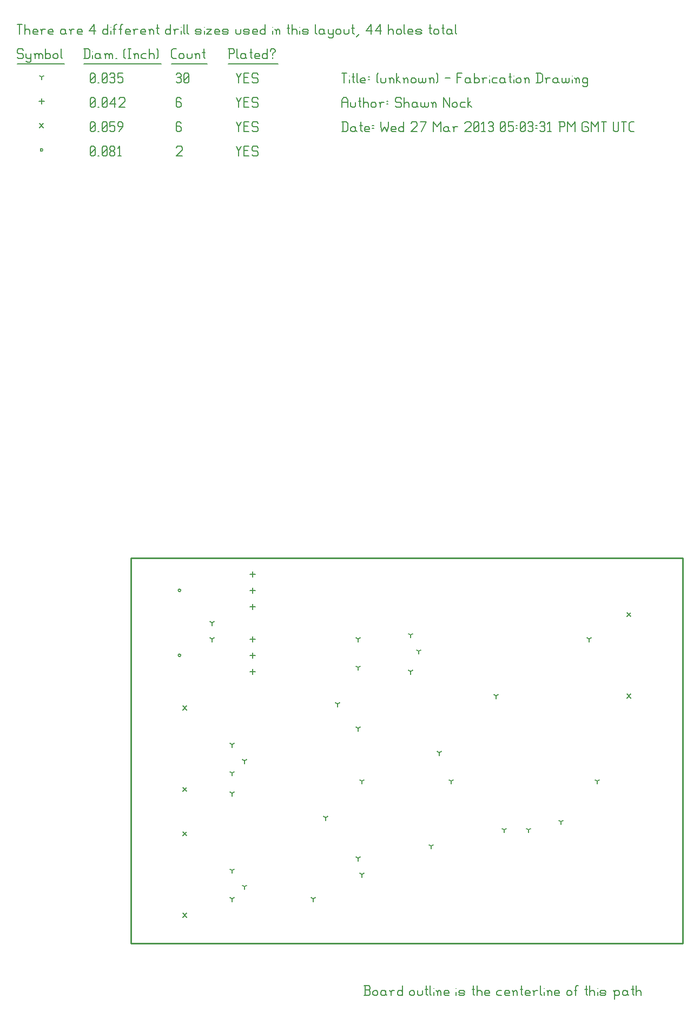
<source format=gbr>
G04 start of page 14 for group -3984 idx -3984 *
G04 Title: (unknown), fab *
G04 Creator: pcb 1.99z *
G04 CreationDate: Wed 27 Mar 2013 05:03:31 PM GMT UTC *
G04 For: nock *
G04 Format: Gerber/RS-274X *
G04 PCB-Dimensions (mil): 6000.00 5000.00 *
G04 PCB-Coordinate-Origin: lower left *
%MOIN*%
%FSLAX25Y25*%
%LNFAB*%
%ADD85C,0.0100*%
%ADD84C,0.0075*%
%ADD83C,0.0060*%
%ADD82C,0.0080*%
G54D82*X99200Y200000D02*G75*G03X100800Y200000I800J0D01*G01*
G75*G03X99200Y200000I-800J0D01*G01*
Y240000D02*G75*G03X100800Y240000I800J0D01*G01*
G75*G03X99200Y240000I-800J0D01*G01*
X14200Y511250D02*G75*G03X15800Y511250I800J0D01*G01*
G75*G03X14200Y511250I-800J0D01*G01*
G54D83*X135000Y513500D02*X136500Y510500D01*
X138000Y513500D01*
X136500Y510500D02*Y507500D01*
X139800Y510800D02*X142050D01*
X139800Y507500D02*X142800D01*
X139800Y513500D02*Y507500D01*
Y513500D02*X142800D01*
X147600D02*X148350Y512750D01*
X145350Y513500D02*X147600D01*
X144600Y512750D02*X145350Y513500D01*
X144600Y512750D02*Y511250D01*
X145350Y510500D01*
X147600D01*
X148350Y509750D01*
Y508250D01*
X147600Y507500D02*X148350Y508250D01*
X145350Y507500D02*X147600D01*
X144600Y508250D02*X145350Y507500D01*
X98000Y512750D02*X98750Y513500D01*
X101000D01*
X101750Y512750D01*
Y511250D01*
X98000Y507500D02*X101750Y511250D01*
X98000Y507500D02*X101750D01*
X45000Y508250D02*X45750Y507500D01*
X45000Y512750D02*Y508250D01*
Y512750D02*X45750Y513500D01*
X47250D01*
X48000Y512750D01*
Y508250D01*
X47250Y507500D02*X48000Y508250D01*
X45750Y507500D02*X47250D01*
X45000Y509000D02*X48000Y512000D01*
X49800Y507500D02*X50550D01*
X52350Y508250D02*X53100Y507500D01*
X52350Y512750D02*Y508250D01*
Y512750D02*X53100Y513500D01*
X54600D01*
X55350Y512750D01*
Y508250D01*
X54600Y507500D02*X55350Y508250D01*
X53100Y507500D02*X54600D01*
X52350Y509000D02*X55350Y512000D01*
X57150Y508250D02*X57900Y507500D01*
X57150Y509450D02*Y508250D01*
Y509450D02*X58200Y510500D01*
X59100D01*
X60150Y509450D01*
Y508250D01*
X59400Y507500D02*X60150Y508250D01*
X57900Y507500D02*X59400D01*
X57150Y511550D02*X58200Y510500D01*
X57150Y512750D02*Y511550D01*
Y512750D02*X57900Y513500D01*
X59400D01*
X60150Y512750D01*
Y511550D01*
X59100Y510500D02*X60150Y511550D01*
X61950Y512300D02*X63150Y513500D01*
Y507500D01*
X61950D02*X64200D01*
X102000Y168800D02*X104400Y166400D01*
X102000D02*X104400Y168800D01*
X102000Y118600D02*X104400Y116200D01*
X102000D02*X104400Y118600D01*
X102000Y91300D02*X104400Y88900D01*
X102000D02*X104400Y91300D01*
X102000Y41100D02*X104400Y38700D01*
X102000D02*X104400Y41100D01*
X375600Y176100D02*X378000Y173700D01*
X375600D02*X378000Y176100D01*
X375600Y226300D02*X378000Y223900D01*
X375600D02*X378000Y226300D01*
X13800Y527450D02*X16200Y525050D01*
X13800D02*X16200Y527450D01*
X135000Y528500D02*X136500Y525500D01*
X138000Y528500D01*
X136500Y525500D02*Y522500D01*
X139800Y525800D02*X142050D01*
X139800Y522500D02*X142800D01*
X139800Y528500D02*Y522500D01*
Y528500D02*X142800D01*
X147600D02*X148350Y527750D01*
X145350Y528500D02*X147600D01*
X144600Y527750D02*X145350Y528500D01*
X144600Y527750D02*Y526250D01*
X145350Y525500D01*
X147600D01*
X148350Y524750D01*
Y523250D01*
X147600Y522500D02*X148350Y523250D01*
X145350Y522500D02*X147600D01*
X144600Y523250D02*X145350Y522500D01*
X100250Y528500D02*X101000Y527750D01*
X98750Y528500D02*X100250D01*
X98000Y527750D02*X98750Y528500D01*
X98000Y527750D02*Y523250D01*
X98750Y522500D01*
X100250Y525800D02*X101000Y525050D01*
X98000Y525800D02*X100250D01*
X98750Y522500D02*X100250D01*
X101000Y523250D01*
Y525050D02*Y523250D01*
X45000D02*X45750Y522500D01*
X45000Y527750D02*Y523250D01*
Y527750D02*X45750Y528500D01*
X47250D01*
X48000Y527750D01*
Y523250D01*
X47250Y522500D02*X48000Y523250D01*
X45750Y522500D02*X47250D01*
X45000Y524000D02*X48000Y527000D01*
X49800Y522500D02*X50550D01*
X52350Y523250D02*X53100Y522500D01*
X52350Y527750D02*Y523250D01*
Y527750D02*X53100Y528500D01*
X54600D01*
X55350Y527750D01*
Y523250D01*
X54600Y522500D02*X55350Y523250D01*
X53100Y522500D02*X54600D01*
X52350Y524000D02*X55350Y527000D01*
X57150Y528500D02*X60150D01*
X57150D02*Y525500D01*
X57900Y526250D01*
X59400D01*
X60150Y525500D01*
Y523250D01*
X59400Y522500D02*X60150Y523250D01*
X57900Y522500D02*X59400D01*
X57150Y523250D02*X57900Y522500D01*
X62700D02*X64950Y525500D01*
Y527750D02*Y525500D01*
X64200Y528500D02*X64950Y527750D01*
X62700Y528500D02*X64200D01*
X61950Y527750D02*X62700Y528500D01*
X61950Y527750D02*Y526250D01*
X62700Y525500D01*
X64950D01*
X145000Y231600D02*Y228400D01*
X143400Y230000D02*X146600D01*
X145000Y241600D02*Y238400D01*
X143400Y240000D02*X146600D01*
X145000Y251600D02*Y248400D01*
X143400Y250000D02*X146600D01*
X145000Y211600D02*Y208400D01*
X143400Y210000D02*X146600D01*
X145000Y201600D02*Y198400D01*
X143400Y200000D02*X146600D01*
X145000Y191600D02*Y188400D01*
X143400Y190000D02*X146600D01*
X15000Y542850D02*Y539650D01*
X13400Y541250D02*X16600D01*
X135000Y543500D02*X136500Y540500D01*
X138000Y543500D01*
X136500Y540500D02*Y537500D01*
X139800Y540800D02*X142050D01*
X139800Y537500D02*X142800D01*
X139800Y543500D02*Y537500D01*
Y543500D02*X142800D01*
X147600D02*X148350Y542750D01*
X145350Y543500D02*X147600D01*
X144600Y542750D02*X145350Y543500D01*
X144600Y542750D02*Y541250D01*
X145350Y540500D01*
X147600D01*
X148350Y539750D01*
Y538250D01*
X147600Y537500D02*X148350Y538250D01*
X145350Y537500D02*X147600D01*
X144600Y538250D02*X145350Y537500D01*
X100250Y543500D02*X101000Y542750D01*
X98750Y543500D02*X100250D01*
X98000Y542750D02*X98750Y543500D01*
X98000Y542750D02*Y538250D01*
X98750Y537500D01*
X100250Y540800D02*X101000Y540050D01*
X98000Y540800D02*X100250D01*
X98750Y537500D02*X100250D01*
X101000Y538250D01*
Y540050D02*Y538250D01*
X45000D02*X45750Y537500D01*
X45000Y542750D02*Y538250D01*
Y542750D02*X45750Y543500D01*
X47250D01*
X48000Y542750D01*
Y538250D01*
X47250Y537500D02*X48000Y538250D01*
X45750Y537500D02*X47250D01*
X45000Y539000D02*X48000Y542000D01*
X49800Y537500D02*X50550D01*
X52350Y538250D02*X53100Y537500D01*
X52350Y542750D02*Y538250D01*
Y542750D02*X53100Y543500D01*
X54600D01*
X55350Y542750D01*
Y538250D01*
X54600Y537500D02*X55350Y538250D01*
X53100Y537500D02*X54600D01*
X52350Y539000D02*X55350Y542000D01*
X57150Y539750D02*X60150Y543500D01*
X57150Y539750D02*X60900D01*
X60150Y543500D02*Y537500D01*
X62700Y542750D02*X63450Y543500D01*
X65700D01*
X66450Y542750D01*
Y541250D01*
X62700Y537500D02*X66450Y541250D01*
X62700Y537500D02*X66450D01*
X120000Y220000D02*Y218400D01*
Y220000D02*X121387Y220800D01*
X120000Y220000D02*X118613Y220800D01*
X120000Y210000D02*Y208400D01*
Y210000D02*X121387Y210800D01*
X120000Y210000D02*X118613Y210800D01*
X352500Y210000D02*Y208400D01*
Y210000D02*X353887Y210800D01*
X352500Y210000D02*X351113Y210800D01*
X212500Y65000D02*Y63400D01*
Y65000D02*X213887Y65800D01*
X212500Y65000D02*X211113Y65800D01*
X210000Y75000D02*Y73400D01*
Y75000D02*X211387Y75800D01*
X210000Y75000D02*X208613Y75800D01*
X182500Y50000D02*Y48400D01*
Y50000D02*X183887Y50800D01*
X182500Y50000D02*X181113Y50800D01*
X267500Y122500D02*Y120900D01*
Y122500D02*X268887Y123300D01*
X267500Y122500D02*X266113Y123300D01*
X335000Y97500D02*Y95900D01*
Y97500D02*X336387Y98300D01*
X335000Y97500D02*X333613Y98300D01*
X255000Y82500D02*Y80900D01*
Y82500D02*X256387Y83300D01*
X255000Y82500D02*X253613Y83300D01*
X212500Y122500D02*Y120900D01*
Y122500D02*X213887Y123300D01*
X212500Y122500D02*X211113Y123300D01*
X190000Y100000D02*Y98400D01*
Y100000D02*X191387Y100800D01*
X190000Y100000D02*X188613Y100800D01*
X210000Y155000D02*Y153400D01*
Y155000D02*X211387Y155800D01*
X210000Y155000D02*X208613Y155800D01*
X210000Y192500D02*Y190900D01*
Y192500D02*X211387Y193300D01*
X210000Y192500D02*X208613Y193300D01*
X210000Y210000D02*Y208400D01*
Y210000D02*X211387Y210800D01*
X210000Y210000D02*X208613Y210800D01*
X260000Y140000D02*Y138400D01*
Y140000D02*X261387Y140800D01*
X260000Y140000D02*X258613Y140800D01*
X300000Y92500D02*Y90900D01*
Y92500D02*X301387Y93300D01*
X300000Y92500D02*X298613Y93300D01*
X357500Y122500D02*Y120900D01*
Y122500D02*X358887Y123300D01*
X357500Y122500D02*X356113Y123300D01*
X315000Y92500D02*Y90900D01*
Y92500D02*X316387Y93300D01*
X315000Y92500D02*X313613Y93300D01*
X197500Y170000D02*Y168400D01*
Y170000D02*X198887Y170800D01*
X197500Y170000D02*X196113Y170800D01*
X132500Y115000D02*Y113400D01*
Y115000D02*X133887Y115800D01*
X132500Y115000D02*X131113Y115800D01*
X242500Y190000D02*Y188400D01*
Y190000D02*X243887Y190800D01*
X242500Y190000D02*X241113Y190800D01*
X242500Y212500D02*Y210900D01*
Y212500D02*X243887Y213300D01*
X242500Y212500D02*X241113Y213300D01*
X132500Y67500D02*Y65900D01*
Y67500D02*X133887Y68300D01*
X132500Y67500D02*X131113Y68300D01*
X132500Y50000D02*Y48400D01*
Y50000D02*X133887Y50800D01*
X132500Y50000D02*X131113Y50800D01*
X140000Y57500D02*Y55900D01*
Y57500D02*X141387Y58300D01*
X140000Y57500D02*X138613Y58300D01*
X140000Y135000D02*Y133400D01*
Y135000D02*X141387Y135800D01*
X140000Y135000D02*X138613Y135800D01*
X132500Y127500D02*Y125900D01*
Y127500D02*X133887Y128300D01*
X132500Y127500D02*X131113Y128300D01*
X132500Y145000D02*Y143400D01*
Y145000D02*X133887Y145800D01*
X132500Y145000D02*X131113Y145800D01*
X247500Y202500D02*Y200900D01*
Y202500D02*X248887Y203300D01*
X247500Y202500D02*X246113Y203300D01*
X295000Y175000D02*Y173400D01*
Y175000D02*X296387Y175800D01*
X295000Y175000D02*X293613Y175800D01*
X15000Y556250D02*Y554650D01*
Y556250D02*X16387Y557050D01*
X15000Y556250D02*X13613Y557050D01*
X135000Y558500D02*X136500Y555500D01*
X138000Y558500D01*
X136500Y555500D02*Y552500D01*
X139800Y555800D02*X142050D01*
X139800Y552500D02*X142800D01*
X139800Y558500D02*Y552500D01*
Y558500D02*X142800D01*
X147600D02*X148350Y557750D01*
X145350Y558500D02*X147600D01*
X144600Y557750D02*X145350Y558500D01*
X144600Y557750D02*Y556250D01*
X145350Y555500D01*
X147600D01*
X148350Y554750D01*
Y553250D01*
X147600Y552500D02*X148350Y553250D01*
X145350Y552500D02*X147600D01*
X144600Y553250D02*X145350Y552500D01*
X98000Y557750D02*X98750Y558500D01*
X100250D01*
X101000Y557750D01*
X100250Y552500D02*X101000Y553250D01*
X98750Y552500D02*X100250D01*
X98000Y553250D02*X98750Y552500D01*
Y555800D02*X100250D01*
X101000Y557750D02*Y556550D01*
Y555050D02*Y553250D01*
Y555050D02*X100250Y555800D01*
X101000Y556550D02*X100250Y555800D01*
X102800Y553250D02*X103550Y552500D01*
X102800Y557750D02*Y553250D01*
Y557750D02*X103550Y558500D01*
X105050D01*
X105800Y557750D01*
Y553250D01*
X105050Y552500D02*X105800Y553250D01*
X103550Y552500D02*X105050D01*
X102800Y554000D02*X105800Y557000D01*
X45000Y553250D02*X45750Y552500D01*
X45000Y557750D02*Y553250D01*
Y557750D02*X45750Y558500D01*
X47250D01*
X48000Y557750D01*
Y553250D01*
X47250Y552500D02*X48000Y553250D01*
X45750Y552500D02*X47250D01*
X45000Y554000D02*X48000Y557000D01*
X49800Y552500D02*X50550D01*
X52350Y553250D02*X53100Y552500D01*
X52350Y557750D02*Y553250D01*
Y557750D02*X53100Y558500D01*
X54600D01*
X55350Y557750D01*
Y553250D01*
X54600Y552500D02*X55350Y553250D01*
X53100Y552500D02*X54600D01*
X52350Y554000D02*X55350Y557000D01*
X57150Y557750D02*X57900Y558500D01*
X59400D01*
X60150Y557750D01*
X59400Y552500D02*X60150Y553250D01*
X57900Y552500D02*X59400D01*
X57150Y553250D02*X57900Y552500D01*
Y555800D02*X59400D01*
X60150Y557750D02*Y556550D01*
Y555050D02*Y553250D01*
Y555050D02*X59400Y555800D01*
X60150Y556550D02*X59400Y555800D01*
X61950Y558500D02*X64950D01*
X61950D02*Y555500D01*
X62700Y556250D01*
X64200D01*
X64950Y555500D01*
Y553250D01*
X64200Y552500D02*X64950Y553250D01*
X62700Y552500D02*X64200D01*
X61950Y553250D02*X62700Y552500D01*
X3000Y573500D02*X3750Y572750D01*
X750Y573500D02*X3000D01*
X0Y572750D02*X750Y573500D01*
X0Y572750D02*Y571250D01*
X750Y570500D01*
X3000D01*
X3750Y569750D01*
Y568250D01*
X3000Y567500D02*X3750Y568250D01*
X750Y567500D02*X3000D01*
X0Y568250D02*X750Y567500D01*
X5550Y570500D02*Y568250D01*
X6300Y567500D01*
X8550Y570500D02*Y566000D01*
X7800Y565250D02*X8550Y566000D01*
X6300Y565250D02*X7800D01*
X5550Y566000D02*X6300Y565250D01*
Y567500D02*X7800D01*
X8550Y568250D01*
X11100Y569750D02*Y567500D01*
Y569750D02*X11850Y570500D01*
X12600D01*
X13350Y569750D01*
Y567500D01*
Y569750D02*X14100Y570500D01*
X14850D01*
X15600Y569750D01*
Y567500D01*
X10350Y570500D02*X11100Y569750D01*
X17400Y573500D02*Y567500D01*
Y568250D02*X18150Y567500D01*
X19650D01*
X20400Y568250D01*
Y569750D02*Y568250D01*
X19650Y570500D02*X20400Y569750D01*
X18150Y570500D02*X19650D01*
X17400Y569750D02*X18150Y570500D01*
X22200Y569750D02*Y568250D01*
Y569750D02*X22950Y570500D01*
X24450D01*
X25200Y569750D01*
Y568250D01*
X24450Y567500D02*X25200Y568250D01*
X22950Y567500D02*X24450D01*
X22200Y568250D02*X22950Y567500D01*
X27000Y573500D02*Y568250D01*
X27750Y567500D01*
X0Y564250D02*X29250D01*
X41750Y573500D02*Y567500D01*
X43700Y573500D02*X44750Y572450D01*
Y568550D01*
X43700Y567500D02*X44750Y568550D01*
X41000Y567500D02*X43700D01*
X41000Y573500D02*X43700D01*
G54D84*X46550Y572000D02*Y571850D01*
G54D83*Y569750D02*Y567500D01*
X50300Y570500D02*X51050Y569750D01*
X48800Y570500D02*X50300D01*
X48050Y569750D02*X48800Y570500D01*
X48050Y569750D02*Y568250D01*
X48800Y567500D01*
X51050Y570500D02*Y568250D01*
X51800Y567500D01*
X48800D02*X50300D01*
X51050Y568250D01*
X54350Y569750D02*Y567500D01*
Y569750D02*X55100Y570500D01*
X55850D01*
X56600Y569750D01*
Y567500D01*
Y569750D02*X57350Y570500D01*
X58100D01*
X58850Y569750D01*
Y567500D01*
X53600Y570500D02*X54350Y569750D01*
X60650Y567500D02*X61400D01*
X65900Y568250D02*X66650Y567500D01*
X65900Y572750D02*X66650Y573500D01*
X65900Y572750D02*Y568250D01*
X68450Y573500D02*X69950D01*
X69200D02*Y567500D01*
X68450D02*X69950D01*
X72500Y569750D02*Y567500D01*
Y569750D02*X73250Y570500D01*
X74000D01*
X74750Y569750D01*
Y567500D01*
X71750Y570500D02*X72500Y569750D01*
X77300Y570500D02*X79550D01*
X76550Y569750D02*X77300Y570500D01*
X76550Y569750D02*Y568250D01*
X77300Y567500D01*
X79550D01*
X81350Y573500D02*Y567500D01*
Y569750D02*X82100Y570500D01*
X83600D01*
X84350Y569750D01*
Y567500D01*
X86150Y573500D02*X86900Y572750D01*
Y568250D01*
X86150Y567500D02*X86900Y568250D01*
X41000Y564250D02*X88700D01*
X96050Y567500D02*X98000D01*
X95000Y568550D02*X96050Y567500D01*
X95000Y572450D02*Y568550D01*
Y572450D02*X96050Y573500D01*
X98000D01*
X99800Y569750D02*Y568250D01*
Y569750D02*X100550Y570500D01*
X102050D01*
X102800Y569750D01*
Y568250D01*
X102050Y567500D02*X102800Y568250D01*
X100550Y567500D02*X102050D01*
X99800Y568250D02*X100550Y567500D01*
X104600Y570500D02*Y568250D01*
X105350Y567500D01*
X106850D01*
X107600Y568250D01*
Y570500D02*Y568250D01*
X110150Y569750D02*Y567500D01*
Y569750D02*X110900Y570500D01*
X111650D01*
X112400Y569750D01*
Y567500D01*
X109400Y570500D02*X110150Y569750D01*
X114950Y573500D02*Y568250D01*
X115700Y567500D01*
X114200Y571250D02*X115700D01*
X95000Y564250D02*X117200D01*
X130750Y573500D02*Y567500D01*
X130000Y573500D02*X133000D01*
X133750Y572750D01*
Y571250D01*
X133000Y570500D02*X133750Y571250D01*
X130750Y570500D02*X133000D01*
X135550Y573500D02*Y568250D01*
X136300Y567500D01*
X140050Y570500D02*X140800Y569750D01*
X138550Y570500D02*X140050D01*
X137800Y569750D02*X138550Y570500D01*
X137800Y569750D02*Y568250D01*
X138550Y567500D01*
X140800Y570500D02*Y568250D01*
X141550Y567500D01*
X138550D02*X140050D01*
X140800Y568250D01*
X144100Y573500D02*Y568250D01*
X144850Y567500D01*
X143350Y571250D02*X144850D01*
X147100Y567500D02*X149350D01*
X146350Y568250D02*X147100Y567500D01*
X146350Y569750D02*Y568250D01*
Y569750D02*X147100Y570500D01*
X148600D01*
X149350Y569750D01*
X146350Y569000D02*X149350D01*
Y569750D02*Y569000D01*
X154150Y573500D02*Y567500D01*
X153400D02*X154150Y568250D01*
X151900Y567500D02*X153400D01*
X151150Y568250D02*X151900Y567500D01*
X151150Y569750D02*Y568250D01*
Y569750D02*X151900Y570500D01*
X153400D01*
X154150Y569750D01*
X157450Y570500D02*Y569750D01*
Y568250D02*Y567500D01*
X155950Y572750D02*Y572000D01*
Y572750D02*X156700Y573500D01*
X158200D01*
X158950Y572750D01*
Y572000D01*
X157450Y570500D02*X158950Y572000D01*
X130000Y564250D02*X160750D01*
X0Y588500D02*X3000D01*
X1500D02*Y582500D01*
X4800Y588500D02*Y582500D01*
Y584750D02*X5550Y585500D01*
X7050D01*
X7800Y584750D01*
Y582500D01*
X10350D02*X12600D01*
X9600Y583250D02*X10350Y582500D01*
X9600Y584750D02*Y583250D01*
Y584750D02*X10350Y585500D01*
X11850D01*
X12600Y584750D01*
X9600Y584000D02*X12600D01*
Y584750D02*Y584000D01*
X15150Y584750D02*Y582500D01*
Y584750D02*X15900Y585500D01*
X17400D01*
X14400D02*X15150Y584750D01*
X19950Y582500D02*X22200D01*
X19200Y583250D02*X19950Y582500D01*
X19200Y584750D02*Y583250D01*
Y584750D02*X19950Y585500D01*
X21450D01*
X22200Y584750D01*
X19200Y584000D02*X22200D01*
Y584750D02*Y584000D01*
X28950Y585500D02*X29700Y584750D01*
X27450Y585500D02*X28950D01*
X26700Y584750D02*X27450Y585500D01*
X26700Y584750D02*Y583250D01*
X27450Y582500D01*
X29700Y585500D02*Y583250D01*
X30450Y582500D01*
X27450D02*X28950D01*
X29700Y583250D01*
X33000Y584750D02*Y582500D01*
Y584750D02*X33750Y585500D01*
X35250D01*
X32250D02*X33000Y584750D01*
X37800Y582500D02*X40050D01*
X37050Y583250D02*X37800Y582500D01*
X37050Y584750D02*Y583250D01*
Y584750D02*X37800Y585500D01*
X39300D01*
X40050Y584750D01*
X37050Y584000D02*X40050D01*
Y584750D02*Y584000D01*
X44550Y584750D02*X47550Y588500D01*
X44550Y584750D02*X48300D01*
X47550Y588500D02*Y582500D01*
X55800Y588500D02*Y582500D01*
X55050D02*X55800Y583250D01*
X53550Y582500D02*X55050D01*
X52800Y583250D02*X53550Y582500D01*
X52800Y584750D02*Y583250D01*
Y584750D02*X53550Y585500D01*
X55050D01*
X55800Y584750D01*
G54D84*X57600Y587000D02*Y586850D01*
G54D83*Y584750D02*Y582500D01*
X59850Y587750D02*Y582500D01*
Y587750D02*X60600Y588500D01*
X61350D01*
X59100Y585500D02*X60600D01*
X63600Y587750D02*Y582500D01*
Y587750D02*X64350Y588500D01*
X65100D01*
X62850Y585500D02*X64350D01*
X67350Y582500D02*X69600D01*
X66600Y583250D02*X67350Y582500D01*
X66600Y584750D02*Y583250D01*
Y584750D02*X67350Y585500D01*
X68850D01*
X69600Y584750D01*
X66600Y584000D02*X69600D01*
Y584750D02*Y584000D01*
X72150Y584750D02*Y582500D01*
Y584750D02*X72900Y585500D01*
X74400D01*
X71400D02*X72150Y584750D01*
X76950Y582500D02*X79200D01*
X76200Y583250D02*X76950Y582500D01*
X76200Y584750D02*Y583250D01*
Y584750D02*X76950Y585500D01*
X78450D01*
X79200Y584750D01*
X76200Y584000D02*X79200D01*
Y584750D02*Y584000D01*
X81750Y584750D02*Y582500D01*
Y584750D02*X82500Y585500D01*
X83250D01*
X84000Y584750D01*
Y582500D01*
X81000Y585500D02*X81750Y584750D01*
X86550Y588500D02*Y583250D01*
X87300Y582500D01*
X85800Y586250D02*X87300D01*
X94500Y588500D02*Y582500D01*
X93750D02*X94500Y583250D01*
X92250Y582500D02*X93750D01*
X91500Y583250D02*X92250Y582500D01*
X91500Y584750D02*Y583250D01*
Y584750D02*X92250Y585500D01*
X93750D01*
X94500Y584750D01*
X97050D02*Y582500D01*
Y584750D02*X97800Y585500D01*
X99300D01*
X96300D02*X97050Y584750D01*
G54D84*X101100Y587000D02*Y586850D01*
G54D83*Y584750D02*Y582500D01*
X102600Y588500D02*Y583250D01*
X103350Y582500D01*
X104850Y588500D02*Y583250D01*
X105600Y582500D01*
X110550D02*X112800D01*
X113550Y583250D01*
X112800Y584000D02*X113550Y583250D01*
X110550Y584000D02*X112800D01*
X109800Y584750D02*X110550Y584000D01*
X109800Y584750D02*X110550Y585500D01*
X112800D01*
X113550Y584750D01*
X109800Y583250D02*X110550Y582500D01*
G54D84*X115350Y587000D02*Y586850D01*
G54D83*Y584750D02*Y582500D01*
X116850Y585500D02*X119850D01*
X116850Y582500D02*X119850Y585500D01*
X116850Y582500D02*X119850D01*
X122400D02*X124650D01*
X121650Y583250D02*X122400Y582500D01*
X121650Y584750D02*Y583250D01*
Y584750D02*X122400Y585500D01*
X123900D01*
X124650Y584750D01*
X121650Y584000D02*X124650D01*
Y584750D02*Y584000D01*
X127200Y582500D02*X129450D01*
X130200Y583250D01*
X129450Y584000D02*X130200Y583250D01*
X127200Y584000D02*X129450D01*
X126450Y584750D02*X127200Y584000D01*
X126450Y584750D02*X127200Y585500D01*
X129450D01*
X130200Y584750D01*
X126450Y583250D02*X127200Y582500D01*
X134700Y585500D02*Y583250D01*
X135450Y582500D01*
X136950D01*
X137700Y583250D01*
Y585500D02*Y583250D01*
X140250Y582500D02*X142500D01*
X143250Y583250D01*
X142500Y584000D02*X143250Y583250D01*
X140250Y584000D02*X142500D01*
X139500Y584750D02*X140250Y584000D01*
X139500Y584750D02*X140250Y585500D01*
X142500D01*
X143250Y584750D01*
X139500Y583250D02*X140250Y582500D01*
X145800D02*X148050D01*
X145050Y583250D02*X145800Y582500D01*
X145050Y584750D02*Y583250D01*
Y584750D02*X145800Y585500D01*
X147300D01*
X148050Y584750D01*
X145050Y584000D02*X148050D01*
Y584750D02*Y584000D01*
X152850Y588500D02*Y582500D01*
X152100D02*X152850Y583250D01*
X150600Y582500D02*X152100D01*
X149850Y583250D02*X150600Y582500D01*
X149850Y584750D02*Y583250D01*
Y584750D02*X150600Y585500D01*
X152100D01*
X152850Y584750D01*
G54D84*X157350Y587000D02*Y586850D01*
G54D83*Y584750D02*Y582500D01*
X159600Y584750D02*Y582500D01*
Y584750D02*X160350Y585500D01*
X161100D01*
X161850Y584750D01*
Y582500D01*
X158850Y585500D02*X159600Y584750D01*
X167100Y588500D02*Y583250D01*
X167850Y582500D01*
X166350Y586250D02*X167850D01*
X169350Y588500D02*Y582500D01*
Y584750D02*X170100Y585500D01*
X171600D01*
X172350Y584750D01*
Y582500D01*
G54D84*X174150Y587000D02*Y586850D01*
G54D83*Y584750D02*Y582500D01*
X176400D02*X178650D01*
X179400Y583250D01*
X178650Y584000D02*X179400Y583250D01*
X176400Y584000D02*X178650D01*
X175650Y584750D02*X176400Y584000D01*
X175650Y584750D02*X176400Y585500D01*
X178650D01*
X179400Y584750D01*
X175650Y583250D02*X176400Y582500D01*
X183900Y588500D02*Y583250D01*
X184650Y582500D01*
X188400Y585500D02*X189150Y584750D01*
X186900Y585500D02*X188400D01*
X186150Y584750D02*X186900Y585500D01*
X186150Y584750D02*Y583250D01*
X186900Y582500D01*
X189150Y585500D02*Y583250D01*
X189900Y582500D01*
X186900D02*X188400D01*
X189150Y583250D01*
X191700Y585500D02*Y583250D01*
X192450Y582500D01*
X194700Y585500D02*Y581000D01*
X193950Y580250D02*X194700Y581000D01*
X192450Y580250D02*X193950D01*
X191700Y581000D02*X192450Y580250D01*
Y582500D02*X193950D01*
X194700Y583250D01*
X196500Y584750D02*Y583250D01*
Y584750D02*X197250Y585500D01*
X198750D01*
X199500Y584750D01*
Y583250D01*
X198750Y582500D02*X199500Y583250D01*
X197250Y582500D02*X198750D01*
X196500Y583250D02*X197250Y582500D01*
X201300Y585500D02*Y583250D01*
X202050Y582500D01*
X203550D01*
X204300Y583250D01*
Y585500D02*Y583250D01*
X206850Y588500D02*Y583250D01*
X207600Y582500D01*
X206100Y586250D02*X207600D01*
X209100Y581000D02*X210600Y582500D01*
X215100Y584750D02*X218100Y588500D01*
X215100Y584750D02*X218850D01*
X218100Y588500D02*Y582500D01*
X220650Y584750D02*X223650Y588500D01*
X220650Y584750D02*X224400D01*
X223650Y588500D02*Y582500D01*
X228900Y588500D02*Y582500D01*
Y584750D02*X229650Y585500D01*
X231150D01*
X231900Y584750D01*
Y582500D01*
X233700Y584750D02*Y583250D01*
Y584750D02*X234450Y585500D01*
X235950D01*
X236700Y584750D01*
Y583250D01*
X235950Y582500D02*X236700Y583250D01*
X234450Y582500D02*X235950D01*
X233700Y583250D02*X234450Y582500D01*
X238500Y588500D02*Y583250D01*
X239250Y582500D01*
X241500D02*X243750D01*
X240750Y583250D02*X241500Y582500D01*
X240750Y584750D02*Y583250D01*
Y584750D02*X241500Y585500D01*
X243000D01*
X243750Y584750D01*
X240750Y584000D02*X243750D01*
Y584750D02*Y584000D01*
X246300Y582500D02*X248550D01*
X249300Y583250D01*
X248550Y584000D02*X249300Y583250D01*
X246300Y584000D02*X248550D01*
X245550Y584750D02*X246300Y584000D01*
X245550Y584750D02*X246300Y585500D01*
X248550D01*
X249300Y584750D01*
X245550Y583250D02*X246300Y582500D01*
X254550Y588500D02*Y583250D01*
X255300Y582500D01*
X253800Y586250D02*X255300D01*
X256800Y584750D02*Y583250D01*
Y584750D02*X257550Y585500D01*
X259050D01*
X259800Y584750D01*
Y583250D01*
X259050Y582500D02*X259800Y583250D01*
X257550Y582500D02*X259050D01*
X256800Y583250D02*X257550Y582500D01*
X262350Y588500D02*Y583250D01*
X263100Y582500D01*
X261600Y586250D02*X263100D01*
X266850Y585500D02*X267600Y584750D01*
X265350Y585500D02*X266850D01*
X264600Y584750D02*X265350Y585500D01*
X264600Y584750D02*Y583250D01*
X265350Y582500D01*
X267600Y585500D02*Y583250D01*
X268350Y582500D01*
X265350D02*X266850D01*
X267600Y583250D01*
X270150Y588500D02*Y583250D01*
X270900Y582500D01*
G54D85*X410000Y22500D02*Y260000D01*
X70000D02*Y22500D01*
Y260000D02*X410000D01*
X70000Y22500D02*X410000D01*
G54D83*X213675Y-9500D02*X216675D01*
X217425Y-8750D01*
Y-6950D02*Y-8750D01*
X216675Y-6200D02*X217425Y-6950D01*
X214425Y-6200D02*X216675D01*
X214425Y-3500D02*Y-9500D01*
X213675Y-3500D02*X216675D01*
X217425Y-4250D01*
Y-5450D01*
X216675Y-6200D02*X217425Y-5450D01*
X219225Y-7250D02*Y-8750D01*
Y-7250D02*X219975Y-6500D01*
X221475D01*
X222225Y-7250D01*
Y-8750D01*
X221475Y-9500D02*X222225Y-8750D01*
X219975Y-9500D02*X221475D01*
X219225Y-8750D02*X219975Y-9500D01*
X226275Y-6500D02*X227025Y-7250D01*
X224775Y-6500D02*X226275D01*
X224025Y-7250D02*X224775Y-6500D01*
X224025Y-7250D02*Y-8750D01*
X224775Y-9500D01*
X227025Y-6500D02*Y-8750D01*
X227775Y-9500D01*
X224775D02*X226275D01*
X227025Y-8750D01*
X230325Y-7250D02*Y-9500D01*
Y-7250D02*X231075Y-6500D01*
X232575D01*
X229575D02*X230325Y-7250D01*
X237375Y-3500D02*Y-9500D01*
X236625D02*X237375Y-8750D01*
X235125Y-9500D02*X236625D01*
X234375Y-8750D02*X235125Y-9500D01*
X234375Y-7250D02*Y-8750D01*
Y-7250D02*X235125Y-6500D01*
X236625D01*
X237375Y-7250D01*
X241875D02*Y-8750D01*
Y-7250D02*X242625Y-6500D01*
X244125D01*
X244875Y-7250D01*
Y-8750D01*
X244125Y-9500D02*X244875Y-8750D01*
X242625Y-9500D02*X244125D01*
X241875Y-8750D02*X242625Y-9500D01*
X246675Y-6500D02*Y-8750D01*
X247425Y-9500D01*
X248925D01*
X249675Y-8750D01*
Y-6500D02*Y-8750D01*
X252225Y-3500D02*Y-8750D01*
X252975Y-9500D01*
X251475Y-5750D02*X252975D01*
X254475Y-3500D02*Y-8750D01*
X255225Y-9500D01*
G54D84*X256725Y-5000D02*Y-5150D01*
G54D83*Y-7250D02*Y-9500D01*
X258975Y-7250D02*Y-9500D01*
Y-7250D02*X259725Y-6500D01*
X260475D01*
X261225Y-7250D01*
Y-9500D01*
X258225Y-6500D02*X258975Y-7250D01*
X263775Y-9500D02*X266025D01*
X263025Y-8750D02*X263775Y-9500D01*
X263025Y-7250D02*Y-8750D01*
Y-7250D02*X263775Y-6500D01*
X265275D01*
X266025Y-7250D01*
X263025Y-8000D02*X266025D01*
Y-7250D02*Y-8000D01*
G54D84*X270525Y-5000D02*Y-5150D01*
G54D83*Y-7250D02*Y-9500D01*
X272775D02*X275025D01*
X275775Y-8750D01*
X275025Y-8000D02*X275775Y-8750D01*
X272775Y-8000D02*X275025D01*
X272025Y-7250D02*X272775Y-8000D01*
X272025Y-7250D02*X272775Y-6500D01*
X275025D01*
X275775Y-7250D01*
X272025Y-8750D02*X272775Y-9500D01*
X281025Y-3500D02*Y-8750D01*
X281775Y-9500D01*
X280275Y-5750D02*X281775D01*
X283275Y-3500D02*Y-9500D01*
Y-7250D02*X284025Y-6500D01*
X285525D01*
X286275Y-7250D01*
Y-9500D01*
X288825D02*X291075D01*
X288075Y-8750D02*X288825Y-9500D01*
X288075Y-7250D02*Y-8750D01*
Y-7250D02*X288825Y-6500D01*
X290325D01*
X291075Y-7250D01*
X288075Y-8000D02*X291075D01*
Y-7250D02*Y-8000D01*
X296325Y-6500D02*X298575D01*
X295575Y-7250D02*X296325Y-6500D01*
X295575Y-7250D02*Y-8750D01*
X296325Y-9500D01*
X298575D01*
X301125D02*X303375D01*
X300375Y-8750D02*X301125Y-9500D01*
X300375Y-7250D02*Y-8750D01*
Y-7250D02*X301125Y-6500D01*
X302625D01*
X303375Y-7250D01*
X300375Y-8000D02*X303375D01*
Y-7250D02*Y-8000D01*
X305925Y-7250D02*Y-9500D01*
Y-7250D02*X306675Y-6500D01*
X307425D01*
X308175Y-7250D01*
Y-9500D01*
X305175Y-6500D02*X305925Y-7250D01*
X310725Y-3500D02*Y-8750D01*
X311475Y-9500D01*
X309975Y-5750D02*X311475D01*
X313725Y-9500D02*X315975D01*
X312975Y-8750D02*X313725Y-9500D01*
X312975Y-7250D02*Y-8750D01*
Y-7250D02*X313725Y-6500D01*
X315225D01*
X315975Y-7250D01*
X312975Y-8000D02*X315975D01*
Y-7250D02*Y-8000D01*
X318525Y-7250D02*Y-9500D01*
Y-7250D02*X319275Y-6500D01*
X320775D01*
X317775D02*X318525Y-7250D01*
X322575Y-3500D02*Y-8750D01*
X323325Y-9500D01*
G54D84*X324825Y-5000D02*Y-5150D01*
G54D83*Y-7250D02*Y-9500D01*
X327075Y-7250D02*Y-9500D01*
Y-7250D02*X327825Y-6500D01*
X328575D01*
X329325Y-7250D01*
Y-9500D01*
X326325Y-6500D02*X327075Y-7250D01*
X331875Y-9500D02*X334125D01*
X331125Y-8750D02*X331875Y-9500D01*
X331125Y-7250D02*Y-8750D01*
Y-7250D02*X331875Y-6500D01*
X333375D01*
X334125Y-7250D01*
X331125Y-8000D02*X334125D01*
Y-7250D02*Y-8000D01*
X338625Y-7250D02*Y-8750D01*
Y-7250D02*X339375Y-6500D01*
X340875D01*
X341625Y-7250D01*
Y-8750D01*
X340875Y-9500D02*X341625Y-8750D01*
X339375Y-9500D02*X340875D01*
X338625Y-8750D02*X339375Y-9500D01*
X344175Y-4250D02*Y-9500D01*
Y-4250D02*X344925Y-3500D01*
X345675D01*
X343425Y-6500D02*X344925D01*
X350625Y-3500D02*Y-8750D01*
X351375Y-9500D01*
X349875Y-5750D02*X351375D01*
X352875Y-3500D02*Y-9500D01*
Y-7250D02*X353625Y-6500D01*
X355125D01*
X355875Y-7250D01*
Y-9500D01*
G54D84*X357675Y-5000D02*Y-5150D01*
G54D83*Y-7250D02*Y-9500D01*
X359925D02*X362175D01*
X362925Y-8750D01*
X362175Y-8000D02*X362925Y-8750D01*
X359925Y-8000D02*X362175D01*
X359175Y-7250D02*X359925Y-8000D01*
X359175Y-7250D02*X359925Y-6500D01*
X362175D01*
X362925Y-7250D01*
X359175Y-8750D02*X359925Y-9500D01*
X368175Y-7250D02*Y-11750D01*
X367425Y-6500D02*X368175Y-7250D01*
X368925Y-6500D01*
X370425D01*
X371175Y-7250D01*
Y-8750D01*
X370425Y-9500D02*X371175Y-8750D01*
X368925Y-9500D02*X370425D01*
X368175Y-8750D02*X368925Y-9500D01*
X375225Y-6500D02*X375975Y-7250D01*
X373725Y-6500D02*X375225D01*
X372975Y-7250D02*X373725Y-6500D01*
X372975Y-7250D02*Y-8750D01*
X373725Y-9500D01*
X375975Y-6500D02*Y-8750D01*
X376725Y-9500D01*
X373725D02*X375225D01*
X375975Y-8750D01*
X379275Y-3500D02*Y-8750D01*
X380025Y-9500D01*
X378525Y-5750D02*X380025D01*
X381525Y-3500D02*Y-9500D01*
Y-7250D02*X382275Y-6500D01*
X383775D01*
X384525Y-7250D01*
Y-9500D01*
X200750Y528500D02*Y522500D01*
X202700Y528500D02*X203750Y527450D01*
Y523550D01*
X202700Y522500D02*X203750Y523550D01*
X200000Y522500D02*X202700D01*
X200000Y528500D02*X202700D01*
X207800Y525500D02*X208550Y524750D01*
X206300Y525500D02*X207800D01*
X205550Y524750D02*X206300Y525500D01*
X205550Y524750D02*Y523250D01*
X206300Y522500D01*
X208550Y525500D02*Y523250D01*
X209300Y522500D01*
X206300D02*X207800D01*
X208550Y523250D01*
X211850Y528500D02*Y523250D01*
X212600Y522500D01*
X211100Y526250D02*X212600D01*
X214850Y522500D02*X217100D01*
X214100Y523250D02*X214850Y522500D01*
X214100Y524750D02*Y523250D01*
Y524750D02*X214850Y525500D01*
X216350D01*
X217100Y524750D01*
X214100Y524000D02*X217100D01*
Y524750D02*Y524000D01*
X218900Y526250D02*X219650D01*
X218900Y524750D02*X219650D01*
X224150Y528500D02*Y525500D01*
X224900Y522500D01*
X226400Y525500D01*
X227900Y522500D01*
X228650Y525500D01*
Y528500D02*Y525500D01*
X231200Y522500D02*X233450D01*
X230450Y523250D02*X231200Y522500D01*
X230450Y524750D02*Y523250D01*
Y524750D02*X231200Y525500D01*
X232700D01*
X233450Y524750D01*
X230450Y524000D02*X233450D01*
Y524750D02*Y524000D01*
X238250Y528500D02*Y522500D01*
X237500D02*X238250Y523250D01*
X236000Y522500D02*X237500D01*
X235250Y523250D02*X236000Y522500D01*
X235250Y524750D02*Y523250D01*
Y524750D02*X236000Y525500D01*
X237500D01*
X238250Y524750D01*
X242750Y527750D02*X243500Y528500D01*
X245750D01*
X246500Y527750D01*
Y526250D01*
X242750Y522500D02*X246500Y526250D01*
X242750Y522500D02*X246500D01*
X249050D02*X252050Y528500D01*
X248300D02*X252050D01*
X256550D02*Y522500D01*
Y528500D02*X258800Y525500D01*
X261050Y528500D01*
Y522500D01*
X265100Y525500D02*X265850Y524750D01*
X263600Y525500D02*X265100D01*
X262850Y524750D02*X263600Y525500D01*
X262850Y524750D02*Y523250D01*
X263600Y522500D01*
X265850Y525500D02*Y523250D01*
X266600Y522500D01*
X263600D02*X265100D01*
X265850Y523250D01*
X269150Y524750D02*Y522500D01*
Y524750D02*X269900Y525500D01*
X271400D01*
X268400D02*X269150Y524750D01*
X275900Y527750D02*X276650Y528500D01*
X278900D01*
X279650Y527750D01*
Y526250D01*
X275900Y522500D02*X279650Y526250D01*
X275900Y522500D02*X279650D01*
X281450Y523250D02*X282200Y522500D01*
X281450Y527750D02*Y523250D01*
Y527750D02*X282200Y528500D01*
X283700D01*
X284450Y527750D01*
Y523250D01*
X283700Y522500D02*X284450Y523250D01*
X282200Y522500D02*X283700D01*
X281450Y524000D02*X284450Y527000D01*
X286250Y527300D02*X287450Y528500D01*
Y522500D01*
X286250D02*X288500D01*
X290300Y527750D02*X291050Y528500D01*
X292550D01*
X293300Y527750D01*
X292550Y522500D02*X293300Y523250D01*
X291050Y522500D02*X292550D01*
X290300Y523250D02*X291050Y522500D01*
Y525800D02*X292550D01*
X293300Y527750D02*Y526550D01*
Y525050D02*Y523250D01*
Y525050D02*X292550Y525800D01*
X293300Y526550D02*X292550Y525800D01*
X297800Y523250D02*X298550Y522500D01*
X297800Y527750D02*Y523250D01*
Y527750D02*X298550Y528500D01*
X300050D01*
X300800Y527750D01*
Y523250D01*
X300050Y522500D02*X300800Y523250D01*
X298550Y522500D02*X300050D01*
X297800Y524000D02*X300800Y527000D01*
X302600Y528500D02*X305600D01*
X302600D02*Y525500D01*
X303350Y526250D01*
X304850D01*
X305600Y525500D01*
Y523250D01*
X304850Y522500D02*X305600Y523250D01*
X303350Y522500D02*X304850D01*
X302600Y523250D02*X303350Y522500D01*
X307400Y526250D02*X308150D01*
X307400Y524750D02*X308150D01*
X309950Y523250D02*X310700Y522500D01*
X309950Y527750D02*Y523250D01*
Y527750D02*X310700Y528500D01*
X312200D01*
X312950Y527750D01*
Y523250D01*
X312200Y522500D02*X312950Y523250D01*
X310700Y522500D02*X312200D01*
X309950Y524000D02*X312950Y527000D01*
X314750Y527750D02*X315500Y528500D01*
X317000D01*
X317750Y527750D01*
X317000Y522500D02*X317750Y523250D01*
X315500Y522500D02*X317000D01*
X314750Y523250D02*X315500Y522500D01*
Y525800D02*X317000D01*
X317750Y527750D02*Y526550D01*
Y525050D02*Y523250D01*
Y525050D02*X317000Y525800D01*
X317750Y526550D02*X317000Y525800D01*
X319550Y526250D02*X320300D01*
X319550Y524750D02*X320300D01*
X322100Y527750D02*X322850Y528500D01*
X324350D01*
X325100Y527750D01*
X324350Y522500D02*X325100Y523250D01*
X322850Y522500D02*X324350D01*
X322100Y523250D02*X322850Y522500D01*
Y525800D02*X324350D01*
X325100Y527750D02*Y526550D01*
Y525050D02*Y523250D01*
Y525050D02*X324350Y525800D01*
X325100Y526550D02*X324350Y525800D01*
X326900Y527300D02*X328100Y528500D01*
Y522500D01*
X326900D02*X329150D01*
X334400Y528500D02*Y522500D01*
X333650Y528500D02*X336650D01*
X337400Y527750D01*
Y526250D01*
X336650Y525500D02*X337400Y526250D01*
X334400Y525500D02*X336650D01*
X339200Y528500D02*Y522500D01*
Y528500D02*X341450Y525500D01*
X343700Y528500D01*
Y522500D01*
X351200Y528500D02*X351950Y527750D01*
X348950Y528500D02*X351200D01*
X348200Y527750D02*X348950Y528500D01*
X348200Y527750D02*Y523250D01*
X348950Y522500D01*
X351200D01*
X351950Y523250D01*
Y524750D02*Y523250D01*
X351200Y525500D02*X351950Y524750D01*
X349700Y525500D02*X351200D01*
X353750Y528500D02*Y522500D01*
Y528500D02*X356000Y525500D01*
X358250Y528500D01*
Y522500D01*
X360050Y528500D02*X363050D01*
X361550D02*Y522500D01*
X367550Y528500D02*Y523250D01*
X368300Y522500D01*
X369800D01*
X370550Y523250D01*
Y528500D02*Y523250D01*
X372350Y528500D02*X375350D01*
X373850D02*Y522500D01*
X378200D02*X380150D01*
X377150Y523550D02*X378200Y522500D01*
X377150Y527450D02*Y523550D01*
Y527450D02*X378200Y528500D01*
X380150D01*
X200000Y542000D02*Y537500D01*
Y542000D02*X201050Y543500D01*
X202700D01*
X203750Y542000D01*
Y537500D01*
X200000Y540500D02*X203750D01*
X205550D02*Y538250D01*
X206300Y537500D01*
X207800D01*
X208550Y538250D01*
Y540500D02*Y538250D01*
X211100Y543500D02*Y538250D01*
X211850Y537500D01*
X210350Y541250D02*X211850D01*
X213350Y543500D02*Y537500D01*
Y539750D02*X214100Y540500D01*
X215600D01*
X216350Y539750D01*
Y537500D01*
X218150Y539750D02*Y538250D01*
Y539750D02*X218900Y540500D01*
X220400D01*
X221150Y539750D01*
Y538250D01*
X220400Y537500D02*X221150Y538250D01*
X218900Y537500D02*X220400D01*
X218150Y538250D02*X218900Y537500D01*
X223700Y539750D02*Y537500D01*
Y539750D02*X224450Y540500D01*
X225950D01*
X222950D02*X223700Y539750D01*
X227750Y541250D02*X228500D01*
X227750Y539750D02*X228500D01*
X236000Y543500D02*X236750Y542750D01*
X233750Y543500D02*X236000D01*
X233000Y542750D02*X233750Y543500D01*
X233000Y542750D02*Y541250D01*
X233750Y540500D01*
X236000D01*
X236750Y539750D01*
Y538250D01*
X236000Y537500D02*X236750Y538250D01*
X233750Y537500D02*X236000D01*
X233000Y538250D02*X233750Y537500D01*
X238550Y543500D02*Y537500D01*
Y539750D02*X239300Y540500D01*
X240800D01*
X241550Y539750D01*
Y537500D01*
X245600Y540500D02*X246350Y539750D01*
X244100Y540500D02*X245600D01*
X243350Y539750D02*X244100Y540500D01*
X243350Y539750D02*Y538250D01*
X244100Y537500D01*
X246350Y540500D02*Y538250D01*
X247100Y537500D01*
X244100D02*X245600D01*
X246350Y538250D01*
X248900Y540500D02*Y538250D01*
X249650Y537500D01*
X250400D01*
X251150Y538250D01*
Y540500D02*Y538250D01*
X251900Y537500D01*
X252650D01*
X253400Y538250D01*
Y540500D02*Y538250D01*
X255950Y539750D02*Y537500D01*
Y539750D02*X256700Y540500D01*
X257450D01*
X258200Y539750D01*
Y537500D01*
X255200Y540500D02*X255950Y539750D01*
X262700Y543500D02*Y537500D01*
Y543500D02*X266450Y537500D01*
Y543500D02*Y537500D01*
X268250Y539750D02*Y538250D01*
Y539750D02*X269000Y540500D01*
X270500D01*
X271250Y539750D01*
Y538250D01*
X270500Y537500D02*X271250Y538250D01*
X269000Y537500D02*X270500D01*
X268250Y538250D02*X269000Y537500D01*
X273800Y540500D02*X276050D01*
X273050Y539750D02*X273800Y540500D01*
X273050Y539750D02*Y538250D01*
X273800Y537500D01*
X276050D01*
X277850Y543500D02*Y537500D01*
Y539750D02*X280100Y537500D01*
X277850Y539750D02*X279350Y541250D01*
X200000Y558500D02*X203000D01*
X201500D02*Y552500D01*
G54D84*X204800Y557000D02*Y556850D01*
G54D83*Y554750D02*Y552500D01*
X207050Y558500D02*Y553250D01*
X207800Y552500D01*
X206300Y556250D02*X207800D01*
X209300Y558500D02*Y553250D01*
X210050Y552500D01*
X212300D02*X214550D01*
X211550Y553250D02*X212300Y552500D01*
X211550Y554750D02*Y553250D01*
Y554750D02*X212300Y555500D01*
X213800D01*
X214550Y554750D01*
X211550Y554000D02*X214550D01*
Y554750D02*Y554000D01*
X216350Y556250D02*X217100D01*
X216350Y554750D02*X217100D01*
X221600Y553250D02*X222350Y552500D01*
X221600Y557750D02*X222350Y558500D01*
X221600Y557750D02*Y553250D01*
X224150Y555500D02*Y553250D01*
X224900Y552500D01*
X226400D01*
X227150Y553250D01*
Y555500D02*Y553250D01*
X229700Y554750D02*Y552500D01*
Y554750D02*X230450Y555500D01*
X231200D01*
X231950Y554750D01*
Y552500D01*
X228950Y555500D02*X229700Y554750D01*
X233750Y558500D02*Y552500D01*
Y554750D02*X236000Y552500D01*
X233750Y554750D02*X235250Y556250D01*
X238550Y554750D02*Y552500D01*
Y554750D02*X239300Y555500D01*
X240050D01*
X240800Y554750D01*
Y552500D01*
X237800Y555500D02*X238550Y554750D01*
X242600D02*Y553250D01*
Y554750D02*X243350Y555500D01*
X244850D01*
X245600Y554750D01*
Y553250D01*
X244850Y552500D02*X245600Y553250D01*
X243350Y552500D02*X244850D01*
X242600Y553250D02*X243350Y552500D01*
X247400Y555500D02*Y553250D01*
X248150Y552500D01*
X248900D01*
X249650Y553250D01*
Y555500D02*Y553250D01*
X250400Y552500D01*
X251150D01*
X251900Y553250D01*
Y555500D02*Y553250D01*
X254450Y554750D02*Y552500D01*
Y554750D02*X255200Y555500D01*
X255950D01*
X256700Y554750D01*
Y552500D01*
X253700Y555500D02*X254450Y554750D01*
X258500Y558500D02*X259250Y557750D01*
Y553250D01*
X258500Y552500D02*X259250Y553250D01*
X263750Y555500D02*X266750D01*
X271250Y558500D02*Y552500D01*
Y558500D02*X274250D01*
X271250Y555800D02*X273500D01*
X278300Y555500D02*X279050Y554750D01*
X276800Y555500D02*X278300D01*
X276050Y554750D02*X276800Y555500D01*
X276050Y554750D02*Y553250D01*
X276800Y552500D01*
X279050Y555500D02*Y553250D01*
X279800Y552500D01*
X276800D02*X278300D01*
X279050Y553250D01*
X281600Y558500D02*Y552500D01*
Y553250D02*X282350Y552500D01*
X283850D01*
X284600Y553250D01*
Y554750D02*Y553250D01*
X283850Y555500D02*X284600Y554750D01*
X282350Y555500D02*X283850D01*
X281600Y554750D02*X282350Y555500D01*
X287150Y554750D02*Y552500D01*
Y554750D02*X287900Y555500D01*
X289400D01*
X286400D02*X287150Y554750D01*
G54D84*X291200Y557000D02*Y556850D01*
G54D83*Y554750D02*Y552500D01*
X293450Y555500D02*X295700D01*
X292700Y554750D02*X293450Y555500D01*
X292700Y554750D02*Y553250D01*
X293450Y552500D01*
X295700D01*
X299750Y555500D02*X300500Y554750D01*
X298250Y555500D02*X299750D01*
X297500Y554750D02*X298250Y555500D01*
X297500Y554750D02*Y553250D01*
X298250Y552500D01*
X300500Y555500D02*Y553250D01*
X301250Y552500D01*
X298250D02*X299750D01*
X300500Y553250D01*
X303800Y558500D02*Y553250D01*
X304550Y552500D01*
X303050Y556250D02*X304550D01*
G54D84*X306050Y557000D02*Y556850D01*
G54D83*Y554750D02*Y552500D01*
X307550Y554750D02*Y553250D01*
Y554750D02*X308300Y555500D01*
X309800D01*
X310550Y554750D01*
Y553250D01*
X309800Y552500D02*X310550Y553250D01*
X308300Y552500D02*X309800D01*
X307550Y553250D02*X308300Y552500D01*
X313100Y554750D02*Y552500D01*
Y554750D02*X313850Y555500D01*
X314600D01*
X315350Y554750D01*
Y552500D01*
X312350Y555500D02*X313100Y554750D01*
X320600Y558500D02*Y552500D01*
X322550Y558500D02*X323600Y557450D01*
Y553550D01*
X322550Y552500D02*X323600Y553550D01*
X319850Y552500D02*X322550D01*
X319850Y558500D02*X322550D01*
X326150Y554750D02*Y552500D01*
Y554750D02*X326900Y555500D01*
X328400D01*
X325400D02*X326150Y554750D01*
X332450Y555500D02*X333200Y554750D01*
X330950Y555500D02*X332450D01*
X330200Y554750D02*X330950Y555500D01*
X330200Y554750D02*Y553250D01*
X330950Y552500D01*
X333200Y555500D02*Y553250D01*
X333950Y552500D01*
X330950D02*X332450D01*
X333200Y553250D01*
X335750Y555500D02*Y553250D01*
X336500Y552500D01*
X337250D01*
X338000Y553250D01*
Y555500D02*Y553250D01*
X338750Y552500D01*
X339500D01*
X340250Y553250D01*
Y555500D02*Y553250D01*
G54D84*X342050Y557000D02*Y556850D01*
G54D83*Y554750D02*Y552500D01*
X344300Y554750D02*Y552500D01*
Y554750D02*X345050Y555500D01*
X345800D01*
X346550Y554750D01*
Y552500D01*
X343550Y555500D02*X344300Y554750D01*
X350600Y555500D02*X351350Y554750D01*
X349100Y555500D02*X350600D01*
X348350Y554750D02*X349100Y555500D01*
X348350Y554750D02*Y553250D01*
X349100Y552500D01*
X350600D01*
X351350Y553250D01*
X348350Y551000D02*X349100Y550250D01*
X350600D01*
X351350Y551000D01*
Y555500D02*Y551000D01*
M02*

</source>
